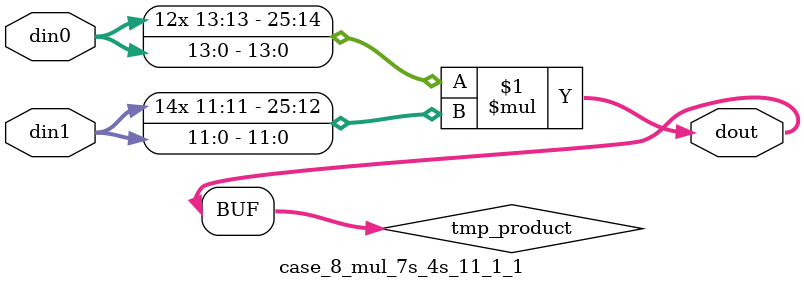
<source format=v>

`timescale 1 ns / 1 ps

 (* use_dsp = "no" *)  module case_8_mul_7s_4s_11_1_1(din0, din1, dout);
parameter ID = 1;
parameter NUM_STAGE = 0;
parameter din0_WIDTH = 14;
parameter din1_WIDTH = 12;
parameter dout_WIDTH = 26;

input [din0_WIDTH - 1 : 0] din0; 
input [din1_WIDTH - 1 : 0] din1; 
output [dout_WIDTH - 1 : 0] dout;

wire signed [dout_WIDTH - 1 : 0] tmp_product;



























assign tmp_product = $signed(din0) * $signed(din1);








assign dout = tmp_product;





















endmodule

</source>
